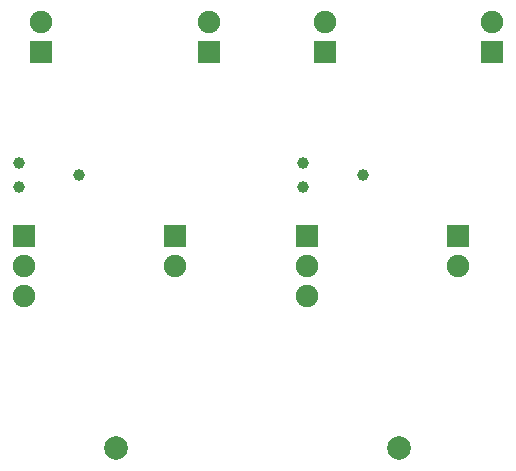
<source format=gbs>
G04 #@! TF.GenerationSoftware,KiCad,Pcbnew,5.0.0-rc2-unknown-68f6e3a~65~ubuntu16.04.1*
G04 #@! TF.CreationDate,2018-07-23T09:18:11+01:00*
G04 #@! TF.ProjectId,jerboa_panel,6A6572626F615F70616E656C2E6B6963,rev?*
G04 #@! TF.SameCoordinates,Original*
G04 #@! TF.FileFunction,Soldermask,Bot*
G04 #@! TF.FilePolarity,Negative*
%FSLAX46Y46*%
G04 Gerber Fmt 4.6, Leading zero omitted, Abs format (unit mm)*
G04 Created by KiCad (PCBNEW 5.0.0-rc2-unknown-68f6e3a~65~ubuntu16.04.1) date Mon Jul 23 09:18:11 2018*
%MOMM*%
%LPD*%
G01*
G04 APERTURE LIST*
%ADD10C,1.900000*%
%ADD11R,1.900000X1.900000*%
%ADD12C,1.000000*%
%ADD13C,2.000000*%
G04 APERTURE END LIST*
D10*
G04 #@! TO.C,J2*
X58100000Y-60140000D03*
X58100000Y-57600000D03*
D11*
X58100000Y-55060000D03*
G04 #@! TD*
D12*
G04 #@! TO.C,P1*
X57760000Y-50908128D03*
X57760000Y-48876128D03*
X62840000Y-49892128D03*
G04 #@! TD*
D11*
G04 #@! TO.C,J1*
X73800000Y-39470000D03*
D10*
X73800000Y-36930000D03*
G04 #@! TD*
G04 #@! TO.C,J3*
X59600000Y-36930000D03*
D11*
X59600000Y-39470000D03*
G04 #@! TD*
G04 #@! TO.C,J4*
X70900000Y-55060000D03*
D10*
X70900000Y-57600000D03*
G04 #@! TD*
D13*
G04 #@! TO.C,TP1*
X65900000Y-73000000D03*
G04 #@! TD*
D10*
G04 #@! TO.C,J1*
X49800000Y-36930000D03*
D11*
X49800000Y-39470000D03*
G04 #@! TD*
G04 #@! TO.C,J2*
X34100000Y-55060000D03*
D10*
X34100000Y-57600000D03*
X34100000Y-60140000D03*
G04 #@! TD*
D11*
G04 #@! TO.C,J3*
X35600000Y-39470000D03*
D10*
X35600000Y-36930000D03*
G04 #@! TD*
G04 #@! TO.C,J4*
X46900000Y-57600000D03*
D11*
X46900000Y-55060000D03*
G04 #@! TD*
D12*
G04 #@! TO.C,P1*
X38840000Y-49892128D03*
X33760000Y-48876128D03*
X33760000Y-50908128D03*
G04 #@! TD*
D13*
G04 #@! TO.C,TP1*
X41900000Y-73000000D03*
G04 #@! TD*
M02*

</source>
